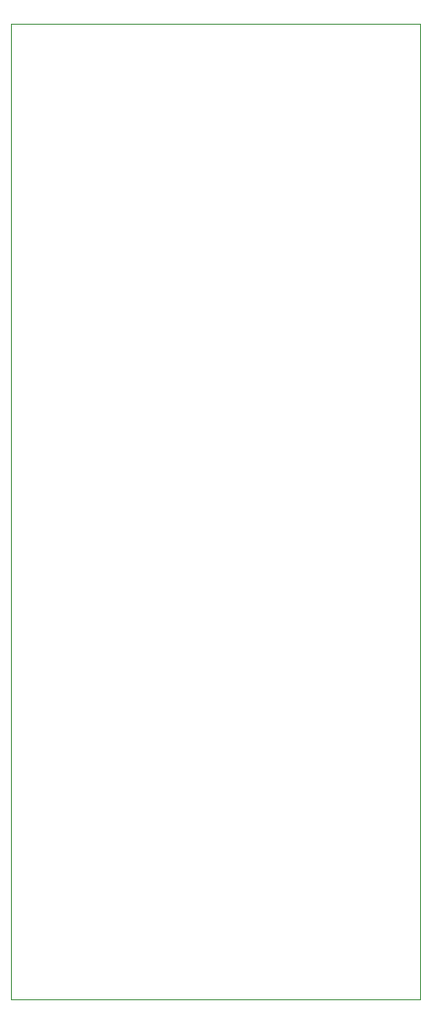
<source format=gbr>
%TF.GenerationSoftware,KiCad,Pcbnew,(5.1.8)-1*%
%TF.CreationDate,2022-05-15T10:40:37+08:00*%
%TF.ProjectId,smartkey-dc-pwm-60w,736d6172-746b-4657-992d-64632d70776d,rev?*%
%TF.SameCoordinates,Original*%
%TF.FileFunction,Profile,NP*%
%FSLAX46Y46*%
G04 Gerber Fmt 4.6, Leading zero omitted, Abs format (unit mm)*
G04 Created by KiCad (PCBNEW (5.1.8)-1) date 2022-05-15 10:40:37*
%MOMM*%
%LPD*%
G01*
G04 APERTURE LIST*
%TA.AperFunction,Profile*%
%ADD10C,0.050000*%
%TD*%
G04 APERTURE END LIST*
D10*
X120000000Y-29700000D02*
X120000000Y-120000000D01*
X158000000Y-29700000D02*
X120000000Y-29700000D01*
X158000000Y-120000000D02*
X158000000Y-29700000D01*
X120000000Y-120000000D02*
X158000000Y-120000000D01*
M02*

</source>
